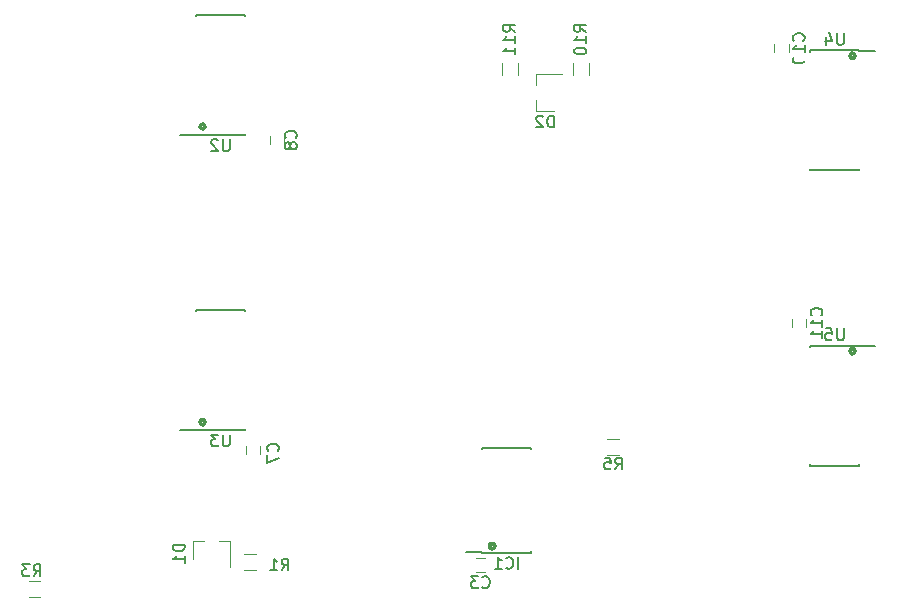
<source format=gbo>
G04 #@! TF.FileFunction,Legend,Bot*
%FSLAX46Y46*%
G04 Gerber Fmt 4.6, Leading zero omitted, Abs format (unit mm)*
G04 Created by KiCad (PCBNEW 4.0.2-stable) date 05/04/2017 02:23:03*
%MOMM*%
G01*
G04 APERTURE LIST*
%ADD10C,0.100000*%
%ADD11C,0.300000*%
%ADD12C,0.120000*%
%ADD13C,0.150000*%
%ADD14R,0.750000X0.800000*%
%ADD15R,1.600000X1.600000*%
%ADD16O,1.600000X1.600000*%
%ADD17R,0.800000X0.750000*%
%ADD18R,0.800000X0.900000*%
%ADD19R,0.900000X0.800000*%
%ADD20R,1.500000X0.600000*%
%ADD21R,1.700000X1.700000*%
%ADD22O,1.700000X1.700000*%
%ADD23R,0.500000X0.900000*%
%ADD24R,0.900000X0.500000*%
%ADD25R,1.727200X1.727200*%
%ADD26O,1.727200X1.727200*%
%ADD27C,2.350000*%
%ADD28C,1.600000*%
%ADD29C,5.999480*%
%ADD30C,2.200000*%
%ADD31C,1.524000*%
G04 APERTURE END LIST*
D10*
D11*
X126499999Y-99178571D02*
X126642857Y-99250000D01*
X126714285Y-99392857D01*
X126642857Y-99535714D01*
X126499999Y-99607143D01*
X126357142Y-99535714D01*
X126285714Y-99392857D01*
X126357142Y-99250000D01*
X126499999Y-99178571D01*
X126499999Y-74178571D02*
X126642857Y-74250000D01*
X126714285Y-74392857D01*
X126642857Y-74535714D01*
X126499999Y-74607143D01*
X126357142Y-74535714D01*
X126285714Y-74392857D01*
X126357142Y-74250000D01*
X126499999Y-74178571D01*
X181499999Y-68178571D02*
X181642857Y-68250000D01*
X181714285Y-68392857D01*
X181642857Y-68535714D01*
X181499999Y-68607143D01*
X181357142Y-68535714D01*
X181285714Y-68392857D01*
X181357142Y-68250000D01*
X181499999Y-68178571D01*
X181499999Y-93178571D02*
X181642857Y-93250000D01*
X181714285Y-93392857D01*
X181642857Y-93535714D01*
X181499999Y-93607143D01*
X181357142Y-93535714D01*
X181285714Y-93392857D01*
X181357142Y-93250000D01*
X181499999Y-93178571D01*
X150999999Y-109678571D02*
X151142857Y-109750000D01*
X151214285Y-109892857D01*
X151142857Y-110035714D01*
X150999999Y-110107143D01*
X150857142Y-110035714D01*
X150785714Y-109892857D01*
X150857142Y-109750000D01*
X150999999Y-109678571D01*
D12*
X130150000Y-101400000D02*
X130150000Y-102100000D01*
X131350000Y-102100000D02*
X131350000Y-101400000D01*
X149650000Y-112100000D02*
X150350000Y-112100000D01*
X150350000Y-110900000D02*
X149650000Y-110900000D01*
X132150000Y-75150000D02*
X132150000Y-75850000D01*
X133350000Y-75850000D02*
X133350000Y-75150000D01*
X125670000Y-109490000D02*
X126600000Y-109490000D01*
X128830000Y-109490000D02*
X127900000Y-109490000D01*
X128830000Y-109490000D02*
X128830000Y-111650000D01*
X125670000Y-109490000D02*
X125670000Y-110950000D01*
X154740000Y-73080000D02*
X154740000Y-72150000D01*
X154740000Y-69920000D02*
X154740000Y-70850000D01*
X154740000Y-69920000D02*
X156900000Y-69920000D01*
X154740000Y-73080000D02*
X156200000Y-73080000D01*
D13*
X150175000Y-110450000D02*
X150175000Y-110425000D01*
X154325000Y-110450000D02*
X154325000Y-110335000D01*
X154325000Y-101550000D02*
X154325000Y-101665000D01*
X150175000Y-101550000D02*
X150175000Y-101665000D01*
X150175000Y-110450000D02*
X154325000Y-110450000D01*
X150175000Y-101550000D02*
X154325000Y-101550000D01*
X150175000Y-110425000D02*
X148800000Y-110425000D01*
D12*
X130000000Y-111930000D02*
X131000000Y-111930000D01*
X131000000Y-110570000D02*
X130000000Y-110570000D01*
X112750000Y-112820000D02*
X111750000Y-112820000D01*
X111750000Y-114180000D02*
X112750000Y-114180000D01*
X161750000Y-100820000D02*
X160750000Y-100820000D01*
X160750000Y-102180000D02*
X161750000Y-102180000D01*
X159180000Y-70000000D02*
X159180000Y-69000000D01*
X157820000Y-69000000D02*
X157820000Y-70000000D01*
X151820000Y-69000000D02*
X151820000Y-70000000D01*
X153180000Y-70000000D02*
X153180000Y-69000000D01*
D13*
X125925000Y-75075000D02*
X125925000Y-75050000D01*
X130075000Y-75075000D02*
X130075000Y-74970000D01*
X130075000Y-64925000D02*
X130075000Y-65030000D01*
X125925000Y-64925000D02*
X125925000Y-65030000D01*
X125925000Y-75075000D02*
X130075000Y-75075000D01*
X125925000Y-64925000D02*
X130075000Y-64925000D01*
X125925000Y-75050000D02*
X124550000Y-75050000D01*
X125925000Y-100075000D02*
X125925000Y-100050000D01*
X130075000Y-100075000D02*
X130075000Y-99970000D01*
X130075000Y-89925000D02*
X130075000Y-90030000D01*
X125925000Y-89925000D02*
X125925000Y-90030000D01*
X125925000Y-100075000D02*
X130075000Y-100075000D01*
X125925000Y-89925000D02*
X130075000Y-89925000D01*
X125925000Y-100050000D02*
X124550000Y-100050000D01*
X182075000Y-67925000D02*
X182075000Y-67950000D01*
X177925000Y-67925000D02*
X177925000Y-68030000D01*
X177925000Y-78075000D02*
X177925000Y-77970000D01*
X182075000Y-78075000D02*
X182075000Y-77970000D01*
X182075000Y-67925000D02*
X177925000Y-67925000D01*
X182075000Y-78075000D02*
X177925000Y-78075000D01*
X182075000Y-67950000D02*
X183450000Y-67950000D01*
X182075000Y-92925000D02*
X182075000Y-92950000D01*
X177925000Y-92925000D02*
X177925000Y-93030000D01*
X177925000Y-103075000D02*
X177925000Y-102970000D01*
X182075000Y-103075000D02*
X182075000Y-102970000D01*
X182075000Y-92925000D02*
X177925000Y-92925000D01*
X182075000Y-103075000D02*
X177925000Y-103075000D01*
X182075000Y-92950000D02*
X183450000Y-92950000D01*
D12*
X176100000Y-68100000D02*
X176100000Y-67400000D01*
X174900000Y-67400000D02*
X174900000Y-68100000D01*
X177600000Y-91350000D02*
X177600000Y-90650000D01*
X176400000Y-90650000D02*
X176400000Y-91350000D01*
D13*
X132857143Y-101833334D02*
X132904762Y-101785715D01*
X132952381Y-101642858D01*
X132952381Y-101547620D01*
X132904762Y-101404762D01*
X132809524Y-101309524D01*
X132714286Y-101261905D01*
X132523810Y-101214286D01*
X132380952Y-101214286D01*
X132190476Y-101261905D01*
X132095238Y-101309524D01*
X132000000Y-101404762D01*
X131952381Y-101547620D01*
X131952381Y-101642858D01*
X132000000Y-101785715D01*
X132047619Y-101833334D01*
X131952381Y-102166667D02*
X131952381Y-102833334D01*
X132952381Y-102404762D01*
X150166666Y-113357143D02*
X150214285Y-113404762D01*
X150357142Y-113452381D01*
X150452380Y-113452381D01*
X150595238Y-113404762D01*
X150690476Y-113309524D01*
X150738095Y-113214286D01*
X150785714Y-113023810D01*
X150785714Y-112880952D01*
X150738095Y-112690476D01*
X150690476Y-112595238D01*
X150595238Y-112500000D01*
X150452380Y-112452381D01*
X150357142Y-112452381D01*
X150214285Y-112500000D01*
X150166666Y-112547619D01*
X149833333Y-112452381D02*
X149214285Y-112452381D01*
X149547619Y-112833333D01*
X149404761Y-112833333D01*
X149309523Y-112880952D01*
X149261904Y-112928571D01*
X149214285Y-113023810D01*
X149214285Y-113261905D01*
X149261904Y-113357143D01*
X149309523Y-113404762D01*
X149404761Y-113452381D01*
X149690476Y-113452381D01*
X149785714Y-113404762D01*
X149833333Y-113357143D01*
X134357143Y-75333334D02*
X134404762Y-75285715D01*
X134452381Y-75142858D01*
X134452381Y-75047620D01*
X134404762Y-74904762D01*
X134309524Y-74809524D01*
X134214286Y-74761905D01*
X134023810Y-74714286D01*
X133880952Y-74714286D01*
X133690476Y-74761905D01*
X133595238Y-74809524D01*
X133500000Y-74904762D01*
X133452381Y-75047620D01*
X133452381Y-75142858D01*
X133500000Y-75285715D01*
X133547619Y-75333334D01*
X133880952Y-75904762D02*
X133833333Y-75809524D01*
X133785714Y-75761905D01*
X133690476Y-75714286D01*
X133642857Y-75714286D01*
X133547619Y-75761905D01*
X133500000Y-75809524D01*
X133452381Y-75904762D01*
X133452381Y-76095239D01*
X133500000Y-76190477D01*
X133547619Y-76238096D01*
X133642857Y-76285715D01*
X133690476Y-76285715D01*
X133785714Y-76238096D01*
X133833333Y-76190477D01*
X133880952Y-76095239D01*
X133880952Y-75904762D01*
X133928571Y-75809524D01*
X133976190Y-75761905D01*
X134071429Y-75714286D01*
X134261905Y-75714286D01*
X134357143Y-75761905D01*
X134404762Y-75809524D01*
X134452381Y-75904762D01*
X134452381Y-76095239D01*
X134404762Y-76190477D01*
X134357143Y-76238096D01*
X134261905Y-76285715D01*
X134071429Y-76285715D01*
X133976190Y-76238096D01*
X133928571Y-76190477D01*
X133880952Y-76095239D01*
X124952381Y-109761905D02*
X123952381Y-109761905D01*
X123952381Y-110000000D01*
X124000000Y-110142858D01*
X124095238Y-110238096D01*
X124190476Y-110285715D01*
X124380952Y-110333334D01*
X124523810Y-110333334D01*
X124714286Y-110285715D01*
X124809524Y-110238096D01*
X124904762Y-110142858D01*
X124952381Y-110000000D01*
X124952381Y-109761905D01*
X124952381Y-111285715D02*
X124952381Y-110714286D01*
X124952381Y-111000000D02*
X123952381Y-111000000D01*
X124095238Y-110904762D01*
X124190476Y-110809524D01*
X124238095Y-110714286D01*
X156238095Y-74452381D02*
X156238095Y-73452381D01*
X156000000Y-73452381D01*
X155857142Y-73500000D01*
X155761904Y-73595238D01*
X155714285Y-73690476D01*
X155666666Y-73880952D01*
X155666666Y-74023810D01*
X155714285Y-74214286D01*
X155761904Y-74309524D01*
X155857142Y-74404762D01*
X156000000Y-74452381D01*
X156238095Y-74452381D01*
X155285714Y-73547619D02*
X155238095Y-73500000D01*
X155142857Y-73452381D01*
X154904761Y-73452381D01*
X154809523Y-73500000D01*
X154761904Y-73547619D01*
X154714285Y-73642857D01*
X154714285Y-73738095D01*
X154761904Y-73880952D01*
X155333333Y-74452381D01*
X154714285Y-74452381D01*
X153226190Y-111827381D02*
X153226190Y-110827381D01*
X152178571Y-111732143D02*
X152226190Y-111779762D01*
X152369047Y-111827381D01*
X152464285Y-111827381D01*
X152607143Y-111779762D01*
X152702381Y-111684524D01*
X152750000Y-111589286D01*
X152797619Y-111398810D01*
X152797619Y-111255952D01*
X152750000Y-111065476D01*
X152702381Y-110970238D01*
X152607143Y-110875000D01*
X152464285Y-110827381D01*
X152369047Y-110827381D01*
X152226190Y-110875000D01*
X152178571Y-110922619D01*
X151226190Y-111827381D02*
X151797619Y-111827381D01*
X151511905Y-111827381D02*
X151511905Y-110827381D01*
X151607143Y-110970238D01*
X151702381Y-111065476D01*
X151797619Y-111113095D01*
X133166666Y-111952381D02*
X133500000Y-111476190D01*
X133738095Y-111952381D02*
X133738095Y-110952381D01*
X133357142Y-110952381D01*
X133261904Y-111000000D01*
X133214285Y-111047619D01*
X133166666Y-111142857D01*
X133166666Y-111285714D01*
X133214285Y-111380952D01*
X133261904Y-111428571D01*
X133357142Y-111476190D01*
X133738095Y-111476190D01*
X132214285Y-111952381D02*
X132785714Y-111952381D01*
X132500000Y-111952381D02*
X132500000Y-110952381D01*
X132595238Y-111095238D01*
X132690476Y-111190476D01*
X132785714Y-111238095D01*
X112166666Y-112452381D02*
X112500000Y-111976190D01*
X112738095Y-112452381D02*
X112738095Y-111452381D01*
X112357142Y-111452381D01*
X112261904Y-111500000D01*
X112214285Y-111547619D01*
X112166666Y-111642857D01*
X112166666Y-111785714D01*
X112214285Y-111880952D01*
X112261904Y-111928571D01*
X112357142Y-111976190D01*
X112738095Y-111976190D01*
X111833333Y-111452381D02*
X111214285Y-111452381D01*
X111547619Y-111833333D01*
X111404761Y-111833333D01*
X111309523Y-111880952D01*
X111261904Y-111928571D01*
X111214285Y-112023810D01*
X111214285Y-112261905D01*
X111261904Y-112357143D01*
X111309523Y-112404762D01*
X111404761Y-112452381D01*
X111690476Y-112452381D01*
X111785714Y-112404762D01*
X111833333Y-112357143D01*
X161416666Y-103402381D02*
X161750000Y-102926190D01*
X161988095Y-103402381D02*
X161988095Y-102402381D01*
X161607142Y-102402381D01*
X161511904Y-102450000D01*
X161464285Y-102497619D01*
X161416666Y-102592857D01*
X161416666Y-102735714D01*
X161464285Y-102830952D01*
X161511904Y-102878571D01*
X161607142Y-102926190D01*
X161988095Y-102926190D01*
X160511904Y-102402381D02*
X160988095Y-102402381D01*
X161035714Y-102878571D01*
X160988095Y-102830952D01*
X160892857Y-102783333D01*
X160654761Y-102783333D01*
X160559523Y-102830952D01*
X160511904Y-102878571D01*
X160464285Y-102973810D01*
X160464285Y-103211905D01*
X160511904Y-103307143D01*
X160559523Y-103354762D01*
X160654761Y-103402381D01*
X160892857Y-103402381D01*
X160988095Y-103354762D01*
X161035714Y-103307143D01*
X158952381Y-66357143D02*
X158476190Y-66023809D01*
X158952381Y-65785714D02*
X157952381Y-65785714D01*
X157952381Y-66166667D01*
X158000000Y-66261905D01*
X158047619Y-66309524D01*
X158142857Y-66357143D01*
X158285714Y-66357143D01*
X158380952Y-66309524D01*
X158428571Y-66261905D01*
X158476190Y-66166667D01*
X158476190Y-65785714D01*
X158952381Y-67309524D02*
X158952381Y-66738095D01*
X158952381Y-67023809D02*
X157952381Y-67023809D01*
X158095238Y-66928571D01*
X158190476Y-66833333D01*
X158238095Y-66738095D01*
X157952381Y-67928571D02*
X157952381Y-68023810D01*
X158000000Y-68119048D01*
X158047619Y-68166667D01*
X158142857Y-68214286D01*
X158333333Y-68261905D01*
X158571429Y-68261905D01*
X158761905Y-68214286D01*
X158857143Y-68166667D01*
X158904762Y-68119048D01*
X158952381Y-68023810D01*
X158952381Y-67928571D01*
X158904762Y-67833333D01*
X158857143Y-67785714D01*
X158761905Y-67738095D01*
X158571429Y-67690476D01*
X158333333Y-67690476D01*
X158142857Y-67738095D01*
X158047619Y-67785714D01*
X158000000Y-67833333D01*
X157952381Y-67928571D01*
X152952381Y-66357143D02*
X152476190Y-66023809D01*
X152952381Y-65785714D02*
X151952381Y-65785714D01*
X151952381Y-66166667D01*
X152000000Y-66261905D01*
X152047619Y-66309524D01*
X152142857Y-66357143D01*
X152285714Y-66357143D01*
X152380952Y-66309524D01*
X152428571Y-66261905D01*
X152476190Y-66166667D01*
X152476190Y-65785714D01*
X152952381Y-67309524D02*
X152952381Y-66738095D01*
X152952381Y-67023809D02*
X151952381Y-67023809D01*
X152095238Y-66928571D01*
X152190476Y-66833333D01*
X152238095Y-66738095D01*
X152952381Y-68261905D02*
X152952381Y-67690476D01*
X152952381Y-67976190D02*
X151952381Y-67976190D01*
X152095238Y-67880952D01*
X152190476Y-67785714D01*
X152238095Y-67690476D01*
X128761905Y-75452381D02*
X128761905Y-76261905D01*
X128714286Y-76357143D01*
X128666667Y-76404762D01*
X128571429Y-76452381D01*
X128380952Y-76452381D01*
X128285714Y-76404762D01*
X128238095Y-76357143D01*
X128190476Y-76261905D01*
X128190476Y-75452381D01*
X127761905Y-75547619D02*
X127714286Y-75500000D01*
X127619048Y-75452381D01*
X127380952Y-75452381D01*
X127285714Y-75500000D01*
X127238095Y-75547619D01*
X127190476Y-75642857D01*
X127190476Y-75738095D01*
X127238095Y-75880952D01*
X127809524Y-76452381D01*
X127190476Y-76452381D01*
X128761905Y-100452381D02*
X128761905Y-101261905D01*
X128714286Y-101357143D01*
X128666667Y-101404762D01*
X128571429Y-101452381D01*
X128380952Y-101452381D01*
X128285714Y-101404762D01*
X128238095Y-101357143D01*
X128190476Y-101261905D01*
X128190476Y-100452381D01*
X127809524Y-100452381D02*
X127190476Y-100452381D01*
X127523810Y-100833333D01*
X127380952Y-100833333D01*
X127285714Y-100880952D01*
X127238095Y-100928571D01*
X127190476Y-101023810D01*
X127190476Y-101261905D01*
X127238095Y-101357143D01*
X127285714Y-101404762D01*
X127380952Y-101452381D01*
X127666667Y-101452381D01*
X127761905Y-101404762D01*
X127809524Y-101357143D01*
X180761905Y-66452381D02*
X180761905Y-67261905D01*
X180714286Y-67357143D01*
X180666667Y-67404762D01*
X180571429Y-67452381D01*
X180380952Y-67452381D01*
X180285714Y-67404762D01*
X180238095Y-67357143D01*
X180190476Y-67261905D01*
X180190476Y-66452381D01*
X179285714Y-66785714D02*
X179285714Y-67452381D01*
X179523810Y-66404762D02*
X179761905Y-67119048D01*
X179142857Y-67119048D01*
X180761905Y-91452381D02*
X180761905Y-92261905D01*
X180714286Y-92357143D01*
X180666667Y-92404762D01*
X180571429Y-92452381D01*
X180380952Y-92452381D01*
X180285714Y-92404762D01*
X180238095Y-92357143D01*
X180190476Y-92261905D01*
X180190476Y-91452381D01*
X179238095Y-91452381D02*
X179714286Y-91452381D01*
X179761905Y-91928571D01*
X179714286Y-91880952D01*
X179619048Y-91833333D01*
X179380952Y-91833333D01*
X179285714Y-91880952D01*
X179238095Y-91928571D01*
X179190476Y-92023810D01*
X179190476Y-92261905D01*
X179238095Y-92357143D01*
X179285714Y-92404762D01*
X179380952Y-92452381D01*
X179619048Y-92452381D01*
X179714286Y-92404762D01*
X179761905Y-92357143D01*
X177357143Y-67107143D02*
X177404762Y-67059524D01*
X177452381Y-66916667D01*
X177452381Y-66821429D01*
X177404762Y-66678571D01*
X177309524Y-66583333D01*
X177214286Y-66535714D01*
X177023810Y-66488095D01*
X176880952Y-66488095D01*
X176690476Y-66535714D01*
X176595238Y-66583333D01*
X176500000Y-66678571D01*
X176452381Y-66821429D01*
X176452381Y-66916667D01*
X176500000Y-67059524D01*
X176547619Y-67107143D01*
X177452381Y-68059524D02*
X177452381Y-67488095D01*
X177452381Y-67773809D02*
X176452381Y-67773809D01*
X176595238Y-67678571D01*
X176690476Y-67583333D01*
X176738095Y-67488095D01*
X176452381Y-68678571D02*
X176452381Y-68773810D01*
X176500000Y-68869048D01*
X176547619Y-68916667D01*
X176642857Y-68964286D01*
X176833333Y-69011905D01*
X177071429Y-69011905D01*
X177261905Y-68964286D01*
X177357143Y-68916667D01*
X177404762Y-68869048D01*
X177452381Y-68773810D01*
X177452381Y-68678571D01*
X177404762Y-68583333D01*
X177357143Y-68535714D01*
X177261905Y-68488095D01*
X177071429Y-68440476D01*
X176833333Y-68440476D01*
X176642857Y-68488095D01*
X176547619Y-68535714D01*
X176500000Y-68583333D01*
X176452381Y-68678571D01*
X178857143Y-90357143D02*
X178904762Y-90309524D01*
X178952381Y-90166667D01*
X178952381Y-90071429D01*
X178904762Y-89928571D01*
X178809524Y-89833333D01*
X178714286Y-89785714D01*
X178523810Y-89738095D01*
X178380952Y-89738095D01*
X178190476Y-89785714D01*
X178095238Y-89833333D01*
X178000000Y-89928571D01*
X177952381Y-90071429D01*
X177952381Y-90166667D01*
X178000000Y-90309524D01*
X178047619Y-90357143D01*
X178952381Y-91309524D02*
X178952381Y-90738095D01*
X178952381Y-91023809D02*
X177952381Y-91023809D01*
X178095238Y-90928571D01*
X178190476Y-90833333D01*
X178238095Y-90738095D01*
X178952381Y-92261905D02*
X178952381Y-91690476D01*
X178952381Y-91976190D02*
X177952381Y-91976190D01*
X178095238Y-91880952D01*
X178190476Y-91785714D01*
X178238095Y-91690476D01*
%LPC*%
D14*
X130750000Y-101000000D03*
X130750000Y-102500000D03*
D15*
X187000000Y-86360000D03*
D16*
X194620000Y-106680000D03*
X187000000Y-88900000D03*
X194620000Y-104140000D03*
X187000000Y-91440000D03*
X194620000Y-101600000D03*
X187000000Y-93980000D03*
X194620000Y-99060000D03*
X187000000Y-96520000D03*
X194620000Y-96520000D03*
X187000000Y-99060000D03*
X194620000Y-93980000D03*
X187000000Y-101600000D03*
X194620000Y-91440000D03*
X187000000Y-104140000D03*
X194620000Y-88900000D03*
X187000000Y-106680000D03*
X194620000Y-86360000D03*
D17*
X149250000Y-111500000D03*
X150750000Y-111500000D03*
D14*
X132750000Y-74750000D03*
X132750000Y-76250000D03*
D18*
X128200000Y-111250000D03*
X126300000Y-111250000D03*
X127250000Y-109250000D03*
D19*
X156500000Y-70550000D03*
X156500000Y-72450000D03*
X154500000Y-71500000D03*
D20*
X149550000Y-109810000D03*
X149550000Y-108540000D03*
X149550000Y-107270000D03*
X149550000Y-106000000D03*
X149550000Y-104730000D03*
X149550000Y-103460000D03*
X149550000Y-102190000D03*
X154950000Y-102190000D03*
X154950000Y-103460000D03*
X154950000Y-104730000D03*
X154950000Y-106000000D03*
X154950000Y-107270000D03*
X154950000Y-108540000D03*
X154950000Y-109810000D03*
D21*
X108000000Y-104140000D03*
D22*
X108000000Y-101600000D03*
X108000000Y-99060000D03*
X108000000Y-96520000D03*
X108000000Y-93980000D03*
X108000000Y-91440000D03*
X108000000Y-88900000D03*
X108000000Y-86360000D03*
D21*
X108000000Y-78740000D03*
D22*
X108000000Y-76200000D03*
X108000000Y-73660000D03*
X108000000Y-71120000D03*
X108000000Y-68580000D03*
X108000000Y-66040000D03*
X108000000Y-63500000D03*
X108000000Y-60960000D03*
D21*
X200000000Y-60960000D03*
D22*
X200000000Y-63500000D03*
X200000000Y-66040000D03*
X200000000Y-68580000D03*
X200000000Y-71120000D03*
X200000000Y-73660000D03*
X200000000Y-76200000D03*
X200000000Y-78740000D03*
D21*
X200000000Y-86360000D03*
D22*
X200000000Y-88900000D03*
X200000000Y-91440000D03*
X200000000Y-93980000D03*
X200000000Y-96520000D03*
X200000000Y-99060000D03*
X200000000Y-101600000D03*
X200000000Y-104140000D03*
D23*
X131250000Y-111250000D03*
X129750000Y-111250000D03*
X111500000Y-113500000D03*
X113000000Y-113500000D03*
X160500000Y-101500000D03*
X162000000Y-101500000D03*
D24*
X158500000Y-68750000D03*
X158500000Y-70250000D03*
X152500000Y-70250000D03*
X152500000Y-68750000D03*
D20*
X125300000Y-74445000D03*
X125300000Y-73175000D03*
X125300000Y-71905000D03*
X125300000Y-70635000D03*
X125300000Y-69365000D03*
X125300000Y-68095000D03*
X125300000Y-66825000D03*
X125300000Y-65555000D03*
X130700000Y-65555000D03*
X130700000Y-66825000D03*
X130700000Y-68095000D03*
X130700000Y-69365000D03*
X130700000Y-70635000D03*
X130700000Y-71905000D03*
X130700000Y-73175000D03*
X130700000Y-74445000D03*
X125300000Y-99445000D03*
X125300000Y-98175000D03*
X125300000Y-96905000D03*
X125300000Y-95635000D03*
X125300000Y-94365000D03*
X125300000Y-93095000D03*
X125300000Y-91825000D03*
X125300000Y-90555000D03*
X130700000Y-90555000D03*
X130700000Y-91825000D03*
X130700000Y-93095000D03*
X130700000Y-94365000D03*
X130700000Y-95635000D03*
X130700000Y-96905000D03*
X130700000Y-98175000D03*
X130700000Y-99445000D03*
X182700000Y-68555000D03*
X182700000Y-69825000D03*
X182700000Y-71095000D03*
X182700000Y-72365000D03*
X182700000Y-73635000D03*
X182700000Y-74905000D03*
X182700000Y-76175000D03*
X182700000Y-77445000D03*
X177300000Y-77445000D03*
X177300000Y-76175000D03*
X177300000Y-74905000D03*
X177300000Y-73635000D03*
X177300000Y-72365000D03*
X177300000Y-71095000D03*
X177300000Y-69825000D03*
X177300000Y-68555000D03*
X182700000Y-93555000D03*
X182700000Y-94825000D03*
X182700000Y-96095000D03*
X182700000Y-97365000D03*
X182700000Y-98635000D03*
X182700000Y-99905000D03*
X182700000Y-101175000D03*
X182700000Y-102445000D03*
X177300000Y-102445000D03*
X177300000Y-101175000D03*
X177300000Y-99905000D03*
X177300000Y-98635000D03*
X177300000Y-97365000D03*
X177300000Y-96095000D03*
X177300000Y-94825000D03*
X177300000Y-93555000D03*
D15*
X121000000Y-104140000D03*
D16*
X113380000Y-83820000D03*
X121000000Y-101600000D03*
X113380000Y-86360000D03*
X121000000Y-99060000D03*
X113380000Y-88900000D03*
X121000000Y-96520000D03*
X113380000Y-91440000D03*
X121000000Y-93980000D03*
X113380000Y-93980000D03*
X121000000Y-91440000D03*
X113380000Y-96520000D03*
X121000000Y-88900000D03*
X113380000Y-99060000D03*
X121000000Y-86360000D03*
X113380000Y-101600000D03*
X121000000Y-83820000D03*
X113380000Y-104140000D03*
D15*
X121000000Y-78740000D03*
D16*
X113380000Y-58420000D03*
X121000000Y-76200000D03*
X113380000Y-60960000D03*
X121000000Y-73660000D03*
X113380000Y-63500000D03*
X121000000Y-71120000D03*
X113380000Y-66040000D03*
X121000000Y-68580000D03*
X113380000Y-68580000D03*
X121000000Y-66040000D03*
X113380000Y-71120000D03*
X121000000Y-63500000D03*
X113380000Y-73660000D03*
X121000000Y-60960000D03*
X113380000Y-76200000D03*
X121000000Y-58420000D03*
X113380000Y-78740000D03*
D15*
X187000000Y-60960000D03*
D16*
X194620000Y-81280000D03*
X187000000Y-63500000D03*
X194620000Y-78740000D03*
X187000000Y-66040000D03*
X194620000Y-76200000D03*
X187000000Y-68580000D03*
X194620000Y-73660000D03*
X187000000Y-71120000D03*
X194620000Y-71120000D03*
X187000000Y-73660000D03*
X194620000Y-68580000D03*
X187000000Y-76200000D03*
X194620000Y-66040000D03*
X187000000Y-78740000D03*
X194620000Y-63500000D03*
X187000000Y-81280000D03*
X194620000Y-60960000D03*
D21*
X113500000Y-116000000D03*
D22*
X110960000Y-116000000D03*
X108420000Y-116000000D03*
X105880000Y-116000000D03*
D21*
X159250000Y-126250000D03*
D22*
X161790000Y-126250000D03*
X164330000Y-126250000D03*
X166870000Y-126250000D03*
X169410000Y-126250000D03*
X171950000Y-126250000D03*
D25*
X135000000Y-105000000D03*
D26*
X135000000Y-107540000D03*
X132460000Y-105000000D03*
X132460000Y-107540000D03*
X129920000Y-105000000D03*
X129920000Y-107540000D03*
D27*
X184430000Y-116000000D03*
X179350000Y-116000000D03*
X194670000Y-116000000D03*
X199750000Y-116000000D03*
X181890000Y-118540000D03*
X181890000Y-113460000D03*
X197210000Y-118540000D03*
X197210000Y-113460000D03*
D14*
X175500000Y-68500000D03*
X175500000Y-67000000D03*
X177000000Y-91750000D03*
X177000000Y-90250000D03*
D15*
X132000000Y-119500000D03*
D28*
X132000000Y-114500000D03*
D21*
X139250000Y-126250000D03*
D22*
X141790000Y-126250000D03*
X144330000Y-126250000D03*
X146870000Y-126250000D03*
D29*
X197500000Y-124750000D03*
X183000000Y-125000000D03*
D30*
X134000000Y-58000000D03*
X173500000Y-58000000D03*
X124000000Y-124000000D03*
D31*
X156000000Y-76000000D03*
X156000000Y-56000000D03*
M02*

</source>
